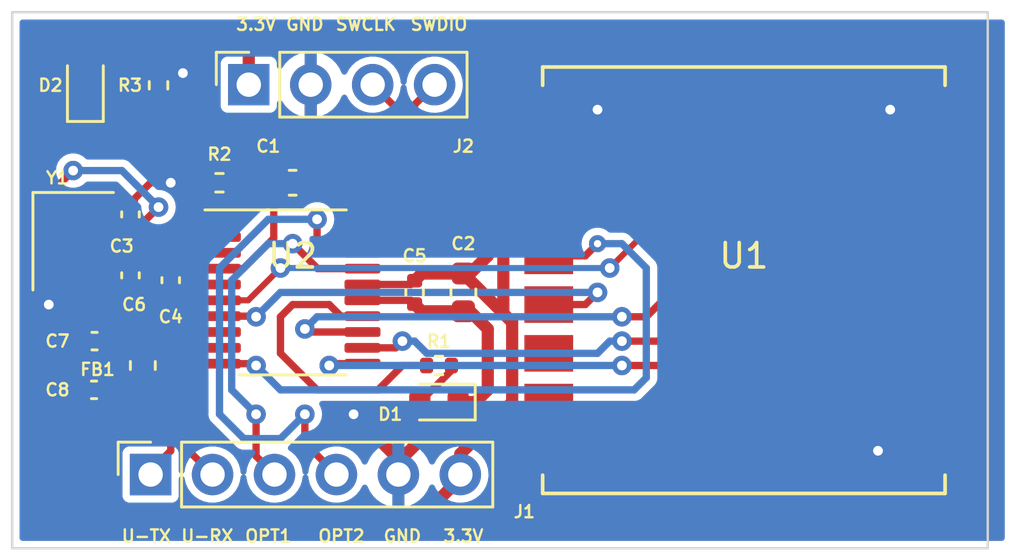
<source format=kicad_pcb>
(kicad_pcb (version 20211014) (generator pcbnew)
  (layers (0 "F.Cu" signal) (31 "B.Cu" signal) (34 "B.Paste" user) (35 "F.Paste" user) (36 "B.SilkS" user "B.Silkscreen") (37 "F.SilkS" user "F.Silkscreen") (38 "B.Mask" user) (39 "F.Mask" user) (44 "Edge.Cuts" user))
  (net 0 "")
  (net 1 "GND")
  (net 2 "Net-(C1-Pad2)")
  (net 3 "+3.3V")
  (net 4 "OSC32_IN")
  (net 5 "+3.3VA")
  (net 6 "OSC32_OUT")
  (net 7 "Net-(D1-Pad2)")
  (net 8 "Net-(D2-Pad1)")
  (net 9 "USART1-TX")
  (net 10 "USART1-RX")
  (net 11 "Optional-1")
  (net 12 "Optional-2")
  (net 13 "SWCLK")
  (net 14 "SWDIO")
  (net 15 "LED1")
  (net 16 "Net-(R2-Pad2)")
  (net 17 "LORA-RESET")
  (net 18 "LORA-DIO0")
  (net 24 "SPI1-SCK")
  (net 25 "SPI1-MISO")
  (net 26 "SPI1-MOSI")
  (net 27 "LORA-NSS")
  (footprint "LED_SMD:LED_0603_1608Metric" (layer "F.Cu") (at 180 93.5 90)
    (fp_text reference "D2" (at 0 -1.43 180) (layer "F.SilkS") (effects (font (size 0.5 0.5) (thickness 0.1))))
    (fp_text value "LED" hide)
    (fp_line (start 0.8 -0.735) (end -1.485 -0.735) (layer "F.SilkS") (width 0.12))
    (fp_line (start -1.485 -0.735) (end -1.485 0.735) (layer "F.SilkS") (width 0.12))
    (fp_line (start -1.485 0.735) (end 0.8 0.735) (layer "F.SilkS") (width 0.12))
    (pad "1" smd roundrect (at -0.7875 0 90) (size 0.875 0.95) (layers "F.Cu" "F.Paste" "F.Mask") (net 8 "Net-(D2-Pad1)"))
    (pad "2" smd roundrect (at 0.7875 0 90) (size 0.875 0.95) (layers "F.Cu" "F.Paste" "F.Mask") (net 3 "+3.3V"))
  )
  (footprint "Capacitor_SMD:C_0402_1005Metric" (layer "F.Cu") (at 180.37625 104 180)
    (fp_text reference "C7" (at 1.52 0) (layer "F.SilkS") (effects (font (size 0.5 0.5) (thickness 0.1))))
    (fp_text value "1u" hide)
    (fp_line (start -0.107836 0.36) (end 0.107836 0.36) (layer "F.SilkS") (width 0.12))
    (fp_line (start -0.107836 -0.36) (end 0.107836 -0.36) (layer "F.SilkS") (width 0.12))
    (pad "1" smd roundrect (at -0.48 0 180) (size 0.56 0.62) (layers "F.Cu" "F.Paste" "F.Mask") (net 5 "+3.3VA"))
    (pad "2" smd roundrect (at 0.48 0 180) (size 0.56 0.62) (layers "F.Cu" "F.Paste" "F.Mask") (net 1 "GND"))
  )
  (footprint "Inductor_SMD:L_0603_1608Metric" (layer "F.Cu") (at 182.35625 105 -90)
    (fp_text reference "FB1" (at 0.162779 1.85625 180) (layer "F.SilkS") (effects (font (size 0.5 0.5) (thickness 0.1))))
    (fp_text value "120R" hide)
    (fp_line (start -0.162779 0.51) (end 0.162779 0.51) (layer "F.SilkS") (width 0.12))
    (fp_line (start -0.162779 -0.51) (end 0.162779 -0.51) (layer "F.SilkS") (width 0.12))
    (pad "1" smd roundrect (at -0.7875 0 270) (size 0.875 0.95) (layers "F.Cu" "F.Paste" "F.Mask") (net 5 "+3.3VA"))
    (pad "2" smd roundrect (at 0.7875 0 270) (size 0.875 0.95) (layers "F.Cu" "F.Paste" "F.Mask") (net 3 "+3.3V"))
  )
  (footprint "Crystal:Crystal_SMD_3225-4Pin_3.2x2.5mm" (layer "F.Cu") (at 179.5 99.9 -90)
    (fp_text reference "Y1" (at -2.6 0.65 180) (layer "F.SilkS") (effects (font (size 0.5 0.5) (thickness 0.1))))
    (fp_text value "16MHz" hide)
    (fp_line (start -2 1.65) (end 2 1.65) (layer "F.SilkS") (width 0.12))
    (fp_line (start -2 -1.65) (end -2 1.65) (layer "F.SilkS") (width 0.12))
    (pad "1" smd rect (at -1.1 0.85 270) (size 1.4 1.2) (layers "F.Cu" "F.Paste" "F.Mask") (net 4 "OSC32_IN"))
    (pad "2" smd rect (at 1.1 0.85 270) (size 1.4 1.2) (layers "F.Cu" "F.Paste" "F.Mask") (net 1 "GND"))
    (pad "3" smd rect (at 1.1 -0.85 270) (size 1.4 1.2) (layers "F.Cu" "F.Paste" "F.Mask") (net 6 "OSC32_OUT"))
    (pad "4" smd rect (at -1.1 -0.85 270) (size 1.4 1.2) (layers "F.Cu" "F.Paste" "F.Mask") (net 1 "GND"))
  )
  (footprint "RF_Module:Ai-Thinker-Ra-01-LoRa" (layer "F.Cu") (at 207 101.5)
    (fp_text reference "U1" (at 0 -1) (layer "F.SilkS"))
    (fp_text value "Ai-Thinker-Ra-02" hide)
    (fp_line (start 8.25 8.75) (end 8.25 8) (layer "F.SilkS") (width 0.15))
    (fp_line (start 8.25 -8.75) (end 8.25 -8) (layer "F.SilkS") (width 0.15))
    (fp_line (start -8.25 8.75) (end 8.25 8.75) (layer "F.SilkS") (width 0.15))
    (fp_line (start -8.25 -8.75) (end 8.25 -8.75) (layer "F.SilkS") (width 0.15))
    (fp_line (start -8.25 -8) (end -8.25 -8.75) (layer "F.SilkS") (width 0.15))
    (fp_line (start -8.25 8) (end -8.25 8.75) (layer "F.SilkS") (width 0.15))
    (pad "1" smd rect (at -8 -7) (size 2 1.5) (layers "F.Cu" "F.Paste" "F.Mask") (net 1 "GND"))
    (pad "2" smd rect (at -8 -5) (size 2 1.5) (layers "F.Cu" "F.Paste" "F.Mask") (net 1 "GND"))
    (pad "3" smd rect (at -8 -3) (size 2 1.5) (layers "F.Cu" "F.Paste" "F.Mask") (net 3 "+3.3V"))
    (pad "4" smd rect (at -8 -1) (size 2 1.5) (layers "F.Cu" "F.Paste" "F.Mask") (net 17 "LORA-RESET"))
    (pad "5" smd rect (at -8 1) (size 2 1.5) (layers "F.Cu" "F.Paste" "F.Mask") (net 18 "LORA-DIO0"))
    (pad "6" smd rect (at -8 3) (size 2 1.5) (layers "F.Cu" "F.Paste" "F.Mask"))
    (pad "7" smd rect (at -8 5) (size 2 1.5) (layers "F.Cu" "F.Paste" "F.Mask"))
    (pad "8" smd rect (at -8 7) (size 2 1.5) (layers "F.Cu" "F.Paste" "F.Mask"))
    (pad "9" smd rect (at 8 7) (size 2 1.5) (layers "F.Cu" "F.Paste" "F.Mask") (net 1 "GND"))
    (pad "10" smd rect (at 8 5) (size 2 1.5) (layers "F.Cu" "F.Paste" "F.Mask"))
    (pad "11" smd rect (at 8 3) (size 2 1.5) (layers "F.Cu" "F.Paste" "F.Mask"))
    (pad "12" smd rect (at 8 1) (size 2 1.5) (layers "F.Cu" "F.Paste" "F.Mask") (net 24 "SPI1-SCK"))
    (pad "13" smd rect (at 8 -1) (size 2 1.5) (layers "F.Cu" "F.Paste" "F.Mask") (net 25 "SPI1-MISO"))
    (pad "14" smd rect (at 8 -3) (size 2 1.5) (layers "F.Cu" "F.Paste" "F.Mask") (net 26 "SPI1-MOSI"))
    (pad "15" smd rect (at 8 -5) (size 2 1.5) (layers "F.Cu" "F.Paste" "F.Mask") (net 27 "LORA-NSS"))
    (pad "16" smd rect (at 8 -7) (size 2 1.5) (layers "F.Cu" "F.Paste" "F.Mask") (net 1 "GND"))
  )
  (footprint "Package_SO:TSSOP-20_4.4x6.5mm_P0.65mm" (layer "F.Cu") (at 188.5 102)
    (fp_text reference "U2" (at 0 -1.5) (layer "F.SilkS"))
    (fp_text value "STM32F030F4Px" hide)
    (fp_line (start 0 3.385) (end 2.2 3.385) (layer "F.SilkS") (width 0.12))
    (fp_line (start 0 -3.385) (end 2.2 -3.385) (layer "F.SilkS") (width 0.12))
    (fp_line (start 0 -3.385) (end -3.6 -3.385) (layer "F.SilkS") (width 0.12))
    (fp_line (start 0 3.385) (end -2.2 3.385) (layer "F.SilkS") (width 0.12))
    (pad "1" smd roundrect (at -2.8625 -2.925) (size 1.475 0.4) (layers "F.Cu" "F.Paste" "F.Mask") (net 16 "Net-(R2-Pad2)"))
    (pad "2" smd roundrect (at -2.8625 -2.275) (size 1.475 0.4) (layers "F.Cu" "F.Paste" "F.Mask") (net 4 "OSC32_IN"))
    (pad "3" smd roundrect (at -2.8625 -1.625) (size 1.475 0.4) (layers "F.Cu" "F.Paste" "F.Mask") (net 6 "OSC32_OUT"))
    (pad "4" smd roundrect (at -2.8625 -0.975) (size 1.475 0.4) (layers "F.Cu" "F.Paste" "F.Mask") (net 2 "Net-(C1-Pad2)"))
    (pad "5" smd roundrect (at -2.8625 -0.325) (size 1.475 0.4) (layers "F.Cu" "F.Paste" "F.Mask") (net 5 "+3.3VA"))
    (pad "6" smd roundrect (at -2.8625 0.325) (size 1.475 0.4) (layers "F.Cu" "F.Paste" "F.Mask") (net 27 "LORA-NSS"))
    (pad "7" smd roundrect (at -2.8625 0.975) (size 1.475 0.4) (layers "F.Cu" "F.Paste" "F.Mask") (net 18 "LORA-DIO0"))
    (pad "8" smd roundrect (at -2.8625 1.625) (size 1.475 0.4) (layers "F.Cu" "F.Paste" "F.Mask") (net 9 "USART1-TX"))
    (pad "9" smd roundrect (at -2.8625 2.275) (size 1.475 0.4) (layers "F.Cu" "F.Paste" "F.Mask") (net 10 "USART1-RX"))
    (pad "10" smd roundrect (at -2.8625 2.925) (size 1.475 0.4) (layers "F.Cu" "F.Paste" "F.Mask") (net 17 "LORA-RESET"))
    (pad "11" smd roundrect (at 2.8625 2.925) (size 1.475 0.4) (layers "F.Cu" "F.Paste" "F.Mask") (net 24 "SPI1-SCK"))
    (pad "12" smd roundrect (at 2.8625 2.275) (size 1.475 0.4) (layers "F.Cu" "F.Paste" "F.Mask") (net 25 "SPI1-MISO"))
    (pad "13" smd roundrect (at 2.8625 1.625) (size 1.475 0.4) (layers "F.Cu" "F.Paste" "F.Mask") (net 26 "SPI1-MOSI"))
    (pad "14" smd roundrect (at 2.8625 0.975) (size 1.475 0.4) (layers "F.Cu" "F.Paste" "F.Mask") (net 15 "LED1"))
    (pad "15" smd roundrect (at 2.8625 0.325) (size 1.475 0.4) (layers "F.Cu" "F.Paste" "F.Mask") (net 1 "GND"))
    (pad "16" smd roundrect (at 2.8625 -0.325) (size 1.475 0.4) (layers "F.Cu" "F.Paste" "F.Mask") (net 3 "+3.3V"))
    (pad "17" smd roundrect (at 2.8625 -0.975) (size 1.475 0.4) (layers "F.Cu" "F.Paste" "F.Mask") (net 11 "Optional-1"))
    (pad "18" smd roundrect (at 2.8625 -1.625) (size 1.475 0.4) (layers "F.Cu" "F.Paste" "F.Mask") (net 12 "Optional-2"))
    (pad "19" smd roundrect (at 2.8625 -2.275) (size 1.475 0.4) (layers "F.Cu" "F.Paste" "F.Mask") (net 14 "SWDIO"))
    (pad "20" smd roundrect (at 2.8625 -2.925) (size 1.475 0.4) (layers "F.Cu" "F.Paste" "F.Mask") (net 13 "SWCLK"))
  )
  (footprint "Connector_PinSocket_2.54mm:PinSocket_1x04_P2.54mm_Vertical" (layer "F.Cu") (at 186.7 93.475 90)
    (fp_text reference "J2" (at -2.525 8.8 180) (layer "F.SilkS") (effects (font (size 0.5 0.5) (thickness 0.1))))
    (fp_text value "Conn_01x04_Female" hide)
    (fp_line (start 1.33 -1.33) (end 1.33 0) (layer "F.SilkS") (width 0.12))
    (fp_line (start 1.33 1.27) (end 1.33 8.95) (layer "F.SilkS") (width 0.12))
    (fp_line (start 0 -1.33) (end 1.33 -1.33) (layer "F.SilkS") (width 0.12))
    (fp_line (start -1.33 8.95) (end 1.33 8.95) (layer "F.SilkS") (width 0.12))
    (fp_line (start -1.33 1.27) (end 1.33 1.27) (layer "F.SilkS") (width 0.12))
    (fp_line (start -1.33 1.27) (end -1.33 8.95) (layer "F.SilkS") (width 0.12))
    (pad "1" thru_hole rect (at 0 0 90) (size 1.7 1.7) (drill 1) (layers *.Cu *.Mask) (net 3 "+3.3V"))
    (pad "2" thru_hole oval (at 0 2.54 90) (size 1.7 1.7) (drill 1) (layers *.Cu *.Mask) (net 1 "GND"))
    (pad "3" thru_hole oval (at 0 5.08 90) (size 1.7 1.7) (drill 1) (layers *.Cu *.Mask) (net 13 "SWCLK"))
    (pad "4" thru_hole oval (at 0 7.62 90) (size 1.7 1.7) (drill 1) (layers *.Cu *.Mask) (net 14 "SWDIO"))
  )
  (footprint "Capacitor_SMD:C_0603_1608Metric" (layer "F.Cu") (at 188.5 97.5 180)
    (fp_text reference "C1" (at 1 1.5) (layer "F.SilkS") (effects (font (size 0.5 0.5) (thickness 0.1))))
    (fp_text value "100n" hide)
    (fp_line (start -0.14058 -0.51) (end 0.14058 -0.51) (layer "F.SilkS") (width 0.12))
    (fp_line (start -0.14058 0.51) (end 0.14058 0.51) (layer "F.SilkS") (width 0.12))
    (pad "1" smd roundrect (at -0.775 0 180) (size 0.9 0.95) (layers "F.Cu" "F.Paste" "F.Mask") (net 1 "GND"))
    (pad "2" smd roundrect (at 0.775 0 180) (size 0.9 0.95) (layers "F.Cu" "F.Paste" "F.Mask") (net 2 "Net-(C1-Pad2)"))
  )
  (footprint "LED_SMD:LED_0603_1608Metric" (layer "F.Cu") (at 194.5 106.5 180)
    (fp_text reference "D1" (at 2 -0.5) (layer "F.SilkS") (effects (font (size 0.5 0.5) (thickness 0.1))))
    (fp_text value "LED" hide)
    (fp_line (start -1.485 -0.735) (end -1.485 0.735) (layer "F.SilkS") (width 0.12))
    (fp_line (start -1.485 0.735) (end 0.8 0.735) (layer "F.SilkS") (width 0.12))
    (fp_line (start 0.8 -0.735) (end -1.485 -0.735) (layer "F.SilkS") (width 0.12))
    (pad "1" smd roundrect (at -0.7875 0 180) (size 0.875 0.95) (layers "F.Cu" "F.Paste" "F.Mask") (net 1 "GND"))
    (pad "2" smd roundrect (at 0.7875 0 180) (size 0.875 0.95) (layers "F.Cu" "F.Paste" "F.Mask") (net 7 "Net-(D1-Pad2)"))
  )
  (footprint "Capacitor_SMD:C_0603_1608Metric" (layer "F.Cu") (at 195.5 102 -90)
    (fp_text reference "C2" (at -2 0 180) (layer "F.SilkS") (effects (font (size 0.5 0.5) (thickness 0.1))))
    (fp_text value "10u" hide)
    (fp_line (start -0.14058 -0.51) (end 0.14058 -0.51) (layer "F.SilkS") (width 0.12))
    (fp_line (start -0.14058 0.51) (end 0.14058 0.51) (layer "F.SilkS") (width 0.12))
    (pad "1" smd roundrect (at -0.775 0 270) (size 0.9 0.95) (layers "F.Cu" "F.Paste" "F.Mask") (net 3 "+3.3V"))
    (pad "2" smd roundrect (at 0.775 0 270) (size 0.9 0.95) (layers "F.Cu" "F.Paste" "F.Mask") (net 1 "GND"))
  )
  (footprint "Resistor_SMD:R_0402_1005Metric" (layer "F.Cu") (at 183 93.5 90)
    (fp_text reference "R3" (at 0 -1.17 180) (layer "F.SilkS") (effects (font (size 0.5 0.5) (thickness 0.1))))
    (fp_text value "330R" hide)
    (fp_line (start -0.153641 0.38) (end 0.153641 0.38) (layer "F.SilkS") (width 0.12))
    (fp_line (start -0.153641 -0.38) (end 0.153641 -0.38) (layer "F.SilkS") (width 0.12))
    (pad "1" smd roundrect (at -0.51 0 90) (size 0.54 0.64) (layers "F.Cu" "F.Paste" "F.Mask") (net 8 "Net-(D2-Pad1)"))
    (pad "2" smd roundrect (at 0.51 0 90) (size 0.54 0.64) (layers "F.Cu" "F.Paste" "F.Mask") (net 1 "GND"))
  )
  (footprint "Resistor_SMD:R_0402_1005Metric" (layer "F.Cu") (at 185.5 97.5)
    (fp_text reference "R2" (at 0 -1.17) (layer "F.SilkS") (effects (font (size 0.5 0.5) (thickness 0.1))))
    (fp_text value "R" hide)
    (fp_line (start -0.153641 0.38) (end 0.153641 0.38) (layer "F.SilkS") (width 0.12))
    (fp_line (start -0.153641 -0.38) (end 0.153641 -0.38) (layer "F.SilkS") (width 0.12))
    (pad "1" smd roundrect (at -0.51 0) (size 0.54 0.64) (layers "F.Cu" "F.Paste" "F.Mask") (net 1 "GND"))
    (pad "2" smd roundrect (at 0.51 0) (size 0.54 0.64) (layers "F.Cu" "F.Paste" "F.Mask") (net 16 "Net-(R2-Pad2)"))
  )
  (footprint "Capacitor_SMD:C_0402_1005Metric" (layer "F.Cu") (at 183.5 101.5 90)
    (fp_text reference "C4" (at -1.5 0 180) (layer "F.SilkS") (effects (font (size 0.5 0.5) (thickness 0.1))))
    (fp_text value "10n" hide)
    (fp_line (start -0.107836 -0.36) (end 0.107836 -0.36) (layer "F.SilkS") (width 0.12))
    (fp_line (start -0.107836 0.36) (end 0.107836 0.36) (layer "F.SilkS") (width 0.12))
    (pad "1" smd roundrect (at -0.48 0 90) (size 0.56 0.62) (layers "F.Cu" "F.Paste" "F.Mask") (net 5 "+3.3VA"))
    (pad "2" smd roundrect (at 0.48 0 90) (size 0.56 0.62) (layers "F.Cu" "F.Paste" "F.Mask") (net 1 "GND"))
  )
  (footprint "Capacitor_SMD:C_0402_1005Metric" (layer "F.Cu") (at 181.85 101.3 -90)
    (fp_text reference "C6" (at 1.2 -0.15) (layer "F.SilkS") (effects (font (size 0.5 0.5) (thickness 0.1))))
    (fp_text value "10p" hide)
    (fp_line (start -0.107836 -0.36) (end 0.107836 -0.36) (layer "F.SilkS") (width 0.12))
    (fp_line (start -0.107836 0.36) (end 0.107836 0.36) (layer "F.SilkS") (width 0.12))
    (pad "1" smd roundrect (at -0.48 0 270) (size 0.56 0.62) (layers "F.Cu" "F.Paste" "F.Mask") (net 6 "OSC32_OUT"))
    (pad "2" smd roundrect (at 0.48 0 270) (size 0.56 0.62) (layers "F.Cu" "F.Paste" "F.Mask") (net 1 "GND"))
  )
  (footprint "Capacitor_SMD:C_0402_1005Metric" (layer "F.Cu") (at 181.85 98.8 90)
    (fp_text reference "C3" (at -1.3 -0.36) (layer "F.SilkS") (effects (font (size 0.5 0.5) (thickness 0.1))))
    (fp_text value "10p" hide)
    (fp_line (start -0.107836 -0.36) (end 0.107836 -0.36) (layer "F.SilkS") (width 0.12))
    (fp_line (start -0.107836 0.36) (end 0.107836 0.36) (layer "F.SilkS") (width 0.12))
    (pad "1" smd roundrect (at -0.48 0 90) (size 0.56 0.62) (layers "F.Cu" "F.Paste" "F.Mask") (net 4 "OSC32_IN"))
    (pad "2" smd roundrect (at 0.48 0 90) (size 0.56 0.62) (layers "F.Cu" "F.Paste" "F.Mask") (net 1 "GND"))
  )
  (footprint "Connector_PinSocket_2.54mm:PinSocket_1x06_P2.54mm_Vertical" (layer "F.Cu") (at 182.675 109.475 90)
    (fp_text reference "J1" (at -1.525 15.325) (layer "F.SilkS") (effects (font (size 0.5 0.5) (thickness 0.1))))
    (fp_text value "Conn_01x06_Female" hide)
    (fp_line (start 1.33 1.27) (end 1.33 14.03) (layer "F.SilkS") (width 0.12))
    (fp_line (start 1.33 -1.33) (end 1.33 0) (layer "F.SilkS") (width 0.12))
    (fp_line (start -1.33 1.27) (end 1.33 1.27) (layer "F.SilkS") (width 0.12))
    (fp_line (start -1.33 1.27) (end -1.33 14.03) (layer "F.SilkS") (width 0.12))
    (fp_line (start -1.33 14.03) (end 1.33 14.03) (layer "F.SilkS") (width 0.12))
    (fp_line (start 0 -1.33) (end 1.33 -1.33) (layer "F.SilkS") (width 0.12))
    (pad "1" thru_hole rect (at 0 0 90) (size 1.7 1.7) (drill 1) (layers *.Cu *.Mask) (net 9 "USART1-TX"))
    (pad "2" thru_hole oval (at 0 2.54 90) (size 1.7 1.7) (drill 1) (layers *.Cu *.Mask) (net 10 "USART1-RX"))
    (pad "3" thru_hole oval (at 0 5.08 90) (size 1.7 1.7) (drill 1) (layers *.Cu *.Mask) (net 11 "Optional-1"))
    (pad "4" thru_hole oval (at 0 7.62 90) (size 1.7 1.7) (drill 1) (layers *.Cu *.Mask) (net 12 "Optional-2"))
    (pad "5" thru_hole oval (at 0 10.16 90) (size 1.7 1.7) (drill 1) (layers *.Cu *.Mask) (net 1 "GND"))
    (pad "6" thru_hole oval (at 0 12.7 90) (size 1.7 1.7) (drill 1) (layers *.Cu *.Mask) (net 3 "+3.3V"))
  )
  (footprint "Resistor_SMD:R_0402_1005Metric" (layer "F.Cu") (at 194.5 105 180)
    (fp_text reference "R1" (at 0 1) (layer "F.SilkS") (effects (font (size 0.5 0.5) (thickness 0.1))))
    (fp_text value "330R" hide)
    (fp_line (start -0.153641 0.38) (end 0.153641 0.38) (layer "F.SilkS") (width 0.12))
    (fp_line (start -0.153641 -0.38) (end 0.153641 -0.38) (layer "F.SilkS") (width 0.12))
    (pad "1" smd roundrect (at -0.51 0 180) (size 0.54 0.64) (layers "F.Cu" "F.Paste" "F.Mask") (net 7 "Net-(D1-Pad2)"))
    (pad "2" smd roundrect (at 0.51 0 180) (size 0.54 0.64) (layers "F.Cu" "F.Paste" "F.Mask") (net 15 "LED1"))
  )
  (footprint "Capacitor_SMD:C_0402_1005Metric" (layer "F.Cu") (at 193.5 102 -90)
    (fp_text reference "C5" (at -1.5 0 180) (layer "F.SilkS") (effects (font (size 0.5 0.5) (thickness 0.1))))
    (fp_text value "100n" hide)
    (fp_line (start -0.107836 0.36) (end 0.107836 0.36) (layer "F.SilkS") (width 0.12))
    (fp_line (start -0.107836 -0.36) (end 0.107836 -0.36) (layer "F.SilkS") (width 0.12))
    (pad "1" smd roundrect (at -0.48 0 270) (size 0.56 0.62) (layers "F.Cu" "F.Paste" "F.Mask") (net 3 "+3.3V"))
    (pad "2" smd roundrect (at 0.48 0 270) (size 0.56 0.62) (layers "F.Cu" "F.Paste" "F.Mask") (net 1 "GND"))
  )
  (footprint "Capacitor_SMD:C_0402_1005Metric" (layer "F.Cu") (at 180.35625 106 180)
    (fp_text reference "C8" (at 1.5 0) (layer "F.SilkS") (effects (font (size 0.5 0.5) (thickness 0.1))))
    (fp_text value "1u" hide)
    (fp_line (start -0.107836 -0.36) (end 0.107836 -0.36) (layer "F.SilkS") (width 0.12))
    (fp_line (start -0.107836 0.36) (end 0.107836 0.36) (layer "F.SilkS") (width 0.12))
    (pad "1" smd roundrect (at -0.48 0 180) (size 0.56 0.62) (layers "F.Cu" "F.Paste" "F.Mask") (net 3 "+3.3V"))
    (pad "2" smd roundrect (at 0.48 0 180) (size 0.56 0.62) (layers "F.Cu" "F.Paste" "F.Mask") (net 1 "GND"))
  )
  (gr_rect (start 177 90.5) (end 217 112.5) (layer "Edge.Cuts") (width 0.1) (fill none))
  (gr_text "3.3V" (at 195.5 112) (layer "F.SilkS") (effects (font (size 0.5 0.5) (thickness 0.1))))
  (gr_text "GND" (at 189 91) (layer "F.SilkS") (effects (font (size 0.5 0.5) (thickness 0.1))))
  (gr_text "OPT1" (at 187.5 112) (layer "F.SilkS") (effects (font (size 0.5 0.5) (thickness 0.1))))
  (gr_text "3.3V" (at 187 91) (layer "F.SilkS") (effects (font (size 0.5 0.5) (thickness 0.1))))
  (gr_text "OPT2" (at 190.5 112) (layer "F.SilkS") (effects (font (size 0.5 0.5) (thickness 0.1))))
  (gr_text "SWCLK" (at 191.5 91) (layer "F.SilkS") (effects (font (size 0.5 0.5) (thickness 0.1))))
  (gr_text "SWDIO" (at 194.5 91) (layer "F.SilkS") (effects (font (size 0.5 0.5) (thickness 0.1))))
  (gr_text "GND" (at 193 112) (layer "F.SilkS") (effects (font (size 0.5 0.5) (thickness 0.1))))
  (gr_text "U-TX" (at 182.5 112) (layer "F.SilkS") (effects (font (size 0.5 0.5) (thickness 0.1))))
  (gr_text "U-RX" (at 185 112) (layer "F.SilkS") (effects (font (size 0.5 0.5) (thickness 0.1))))
  (segment (start 196 106.5) (end 195.2875 106.5) (width 0.5) (layer "F.Cu") (net 1))
  (segment (start 184.99 97.5) (end 183.5 97.5) (width 0.3) (layer "F.Cu") (net 1))
  (segment (start 192.835 109.475) (end 192.835 108.9525) (width 0.5) (layer "F.Cu") (net 1))
  (segment (start 181.85 98.32) (end 180.83 98.32) (width 0.3) (layer "F.Cu") (net 1))
  (segment (start 178.65 101) (end 178.65 101.15) (width 0.3) (layer "F.Cu") (net 1))
  (segment (start 215 108.5) (end 212.5 108.5) (width 0.5) (layer "F.Cu") (net 1))
  (segment (start 199 96.5) (end 199 94.5) (width 0.5) (layer "F.Cu") (net 1))
  (segment (start 189.24 97.465) (end 189.275 97.5) (width 0.5) (layer "F.Cu") (net 1))
  (segment (start 189.24 93.475) (end 189.24 97.465) (width 0.5) (layer "F.Cu") (net 1))
  (segment (start 183.99 92.99) (end 184 93) (width 0.3) (layer "F.Cu") (net 1))
  (segment (start 178.65 102.35) (end 178.5 102.5) (width 0.3) (layer "F.Cu") (net 1))
  (segment (start 179.87625 106) (end 179.87625 104.02) (width 0.3) (layer "F.Cu") (net 1))
  (segment (start 192.835 108.835) (end 191 107) (width 0.5) (layer "F.Cu") (net 1))
  (segment (start 183.5 101.02) (end 182.98 101.02) (width 0.3) (layer "F.Cu") (net 1))
  (segment (start 179.87625 104.02) (end 179.89625 104) (width 0.3) (layer "F.Cu") (net 1))
  (segment (start 193.795 102.775) (end 193.5 102.48) (width 0.5) (layer "F.Cu") (net 1))
  (segment (start 183 92.99) (end 183.99 92.99) (width 0.3) (layer "F.Cu") (net 1))
  (segment (start 195.5 102.775) (end 195.775 102.775) (width 0.5) (layer "F.Cu") (net 1))
  (segment (start 181.85 98.32) (end 182.67 97.5) (width 0.3) (layer "F.Cu") (net 1))
  (segment (start 178.65 101) (end 178.65 102.35) (width 0.3) (layer "F.Cu") (net 1))
  (segment (start 181.85 101.78) (end 181.72 101.78) (width 0.3) (layer "F.Cu") (net 1))
  (segment (start 182.22 101.78) (end 181.85 101.78) (width 0.3) (layer "F.Cu") (net 1))
  (segment (start 178.65 101.15) (end 180.5 103) (width 0.3) (layer "F.Cu") (net 1))
  (segment (start 179.89625 104) (end 179.89625 103.60375) (width 0.3) (layer "F.Cu") (net 1))
  (segment (start 180.83 98.32) (end 180.35 98.8) (width 0.3) (layer "F.Cu") (net 1))
  (segment (start 215 94.5) (end 213 94.5) (width 0.5) (layer "F.Cu") (net 1))
  (segment (start 193.345 102.325) (end 193.5 102.48) (width 0.3) (layer "F.Cu") (net 1))
  (segment (start 192.835 108.9525) (end 195.2875 106.5) (width 0.5) (layer "F.Cu") (net 1))
  (segment (start 196.5 106) (end 196 106.5) (width 0.5) (layer "F.Cu") (net 1))
  (segment (start 191.3625 102.325) (end 193.345 102.325) (width 0.3) (layer "F.Cu") (net 1))
  (segment (start 182.67 97.5) (end 183.5 97.5) (width 0.3) (layer "F.Cu") (net 1))
  (segment (start 182.98 101.02) (end 182.22 101.78) (width 0.3) (layer "F.Cu") (net 1))
  (segment (start 195.775 102.775) (end 196.5 103.5) (width 0.5) (layer "F.Cu") (net 1))
  (segment (start 179.89625 103.60375) (end 180.5 103) (width 0.3) (layer "F.Cu") (net 1))
  (segment (start 199 94.5) (end 201 94.5) (width 0.5) (layer "F.Cu") (net 1))
  (segment (start 196.5 103.5) (end 196.5 106) (width 0.5) (layer "F.Cu") (net 1))
  (segment (start 192.835 109.475) (end 192.835 108.835) (width 0.5) (layer "F.Cu") (net 1))
  (segment (start 195.5 102.775) (end 193.795 102.775) (width 0.5) (layer "F.Cu") (net 1))
  (segment (start 181.72 101.78) (end 180.5 103) (width 0.3) (layer "F.Cu") (net 1))
  (via (at 213 94.5) (size 0.8) (drill 0.4) (layers "F.Cu" "B.Cu") (net 1))
  (via (at 178.5 102.5) (size 0.8) (drill 0.4) (layers "F.Cu" "B.Cu") (net 1))
  (via (at 201 94.5) (size 0.8) (drill 0.4) (layers "F.Cu" "B.Cu") (net 1))
  (via (at 184 93) (size 0.8) (drill 0.4) (layers "F.Cu" "B.Cu") (net 1))
  (via (at 183.5 97.5) (size 0.8) (drill 0.4) (layers "F.Cu" "B.Cu") (net 1))
  (via (at 212.5 108.5) (size 0.8) (drill 0.4) (layers "F.Cu" "B.Cu") (net 1))
  (via (at 191 107) (size 0.8) (drill 0.4) (layers "F.Cu" "B.Cu") (net 1))
  (segment (start 187.725 97.5) (end 187.725 99.775) (width 0.3) (layer "F.Cu") (net 2))
  (segment (start 187.725 99.775) (end 186.475 101.025) (width 0.3) (layer "F.Cu") (net 2))
  (segment (start 186.475 101.025) (end 185.6375 101.025) (width 0.3) (layer "F.Cu") (net 2))
  (segment (start 186.7 93.475) (end 186.7 91.8) (width 0.5) (layer "F.Cu") (net 3))
  (segment (start 181.5 111) (end 181 110.5) (width 0.5) (layer "F.Cu") (net 3))
  (segment (start 195.775 101.225) (end 195.5 101.225) (width 0.5) (layer "F.Cu") (net 3))
  (segment (start 194 111) (end 181.5 111) (width 0.5) (layer "F.Cu") (net 3))
  (segment (start 197.1375 98.8625) (end 197.5 98.5) (width 0.5) (layer "F.Cu") (net 3))
  (segment (start 196.3 91.8) (end 196.5 92) (width 0.5) (layer "F.Cu") (net 3))
  (segment (start 196.5 100.5) (end 195.775 101.225) (width 0.5) (layer "F.Cu") (net 3))
  (segment (start 197.5 106.5) (end 197.5 103.225) (width 0.5) (layer "F.Cu") (net 3))
  (segment (start 186.7 91.8) (end 180.9125 91.8) (width 0.5) (layer "F.Cu") (net 3))
  (segment (start 195.5 101.225) (end 193.795 101.225) (width 0.5) (layer "F.Cu") (net 3))
  (segment (start 197.5 103.225) (end 197.1375 102.8625) (width 0.5) (layer "F.Cu") (net 3))
  (segment (start 193.345 101.675) (end 191.3625 101.675) (width 0.3) (layer "F.Cu") (net 3))
  (segment (start 197.5 98.5) (end 199 98.5) (width 0.5) (layer "F.Cu") (net 3))
  (segment (start 195.375 109.475) (end 195.375 108.625) (width 0.5) (layer "F.Cu") (net 3))
  (segment (start 181.04875 105.7875) (end 180.83625 106) (width 0.3) (layer "F.Cu") (net 3))
  (segment (start 195.375 109.625) (end 194 111) (width 0.5) (layer "F.Cu") (net 3))
  (segment (start 182.35625 105.7875) (end 181.04875 105.7875) (width 0.3) (layer "F.Cu") (net 3))
  (segment (start 196.5 92) (end 196.5 100.5) (width 0.5) (layer "F.Cu") (net 3))
  (segment (start 197.1375 102.8625) (end 197.1375 98.8625) (width 0.5) (layer "F.Cu") (net 3))
  (segment (start 180.9125 91.8) (end 180 92.7125) (width 0.5) (layer "F.Cu") (net 3))
  (segment (start 193.795 101.225) (end 193.5 101.52) (width 0.5) (layer "F.Cu") (net 3))
  (segment (start 193.5 101.52) (end 193.345 101.675) (width 0.3) (layer "F.Cu") (net 3))
  (segment (start 181 110.5) (end 181 107.14375) (width 0.5) (layer "F.Cu") (net 3))
  (segment (start 186.7 91.8) (end 196.3 91.8) (width 0.5) (layer "F.Cu") (net 3))
  (segment (start 195.375 109.475) (end 195.375 109.625) (width 0.5) (layer "F.Cu") (net 3))
  (segment (start 195.375 108.625) (end 197.5 106.5) (width 0.5) (layer "F.Cu") (net 3))
  (segment (start 181 107.14375) (end 182.35625 105.7875) (width 0.5) (layer "F.Cu") (net 3))
  (segment (start 197.1375 102.8625) (end 195.5 101.225) (width 0.5) (layer "F.Cu") (net 3))
  (segment (start 185.6375 99.725) (end 182.295 99.725) (width 0.3) (layer "F.Cu") (net 4))
  (segment (start 178.65 97.85) (end 179.5 97) (width 0.3) (layer "F.Cu") (net 4))
  (segment (start 182.295 99.725) (end 181.85 99.28) (width 0.3) (layer "F.Cu") (net 4))
  (segment (start 178.65 98.8) (end 178.65 97.85) (width 0.3) (layer "F.Cu") (net 4))
  (segment (start 183 98.5) (end 182.22 99.28) (width 0.3) (layer "F.Cu") (net 4))
  (segment (start 182.22 99.28) (end 181.85 99.28) (width 0.3) (layer "F.Cu") (net 4))
  (via (at 183 98.5) (size 0.8) (drill 0.4) (layers "F.Cu" "B.Cu") (net 4))
  (via (at 179.5 97) (size 0.8) (drill 0.4) (layers "F.Cu" "B.Cu") (net 4))
  (segment (start 181.5 97) (end 183 98.5) (width 0.3) (layer "B.Cu") (net 4))
  (segment (start 179.5 97) (end 181.5 97) (width 0.3) (layer "B.Cu") (net 4))
  (segment (start 182.85625 102) (end 183.48 102) (width 0.3) (layer "F.Cu") (net 5))
  (segment (start 183.48 102) (end 183.5 101.98) (width 0.3) (layer "F.Cu") (net 5))
  (segment (start 185.6375 101.675) (end 183.805 101.675) (width 0.3) (layer "F.Cu") (net 5))
  (segment (start 183.5 101.98) (end 183.5 102) (width 0.3) (layer "F.Cu") (net 5))
  (segment (start 182.14375 104) (end 182.35625 104.2125) (width 0.3) (layer "F.Cu") (net 5))
  (segment (start 182.85625 102) (end 180.85625 104) (width 0.3) (layer "F.Cu") (net 5))
  (segment (start 183.805 101.675) (end 183.5 101.98) (width 0.3) (layer "F.Cu") (net 5))
  (segment (start 180.85625 104) (end 182.14375 104) (width 0.3) (layer "F.Cu") (net 5))
  (segment (start 182.18 100.82) (end 182.625 100.375) (width 0.3) (layer "F.Cu") (net 6))
  (segment (start 181.67 101) (end 181.85 100.82) (width 0.3) (layer "F.Cu") (net 6))
  (segment (start 180.35 101) (end 181.67 101) (width 0.3) (layer "F.Cu") (net 6))
  (segment (start 181.85 100.82) (end 182.18 100.82) (width 0.3) (layer "F.Cu") (net 6))
  (segment (start 182.625 100.375) (end 185.6375 100.375) (width 0.3) (layer "F.Cu") (net 6))
  (segment (start 195.01 105) (end 195.01 105.2025) (width 0.3) (layer "F.Cu") (net 7))
  (segment (start 195.01 105.2025) (end 193.7125 106.5) (width 0.3) (layer "F.Cu") (net 7))
  (segment (start 182.7225 94.2875) (end 183 94.01) (width 0.3) (layer "F.Cu") (net 8))
  (segment (start 180 94.2875) (end 182.7225 94.2875) (width 0.3) (layer "F.Cu") (net 8))
  (segment (start 184.375 103.625) (end 185.6375 103.625) (width 0.3) (layer "F.Cu") (net 9))
  (segment (start 183.5 104.5) (end 184.375 103.625) (width 0.3) (layer "F.Cu") (net 9))
  (segment (start 183.5 108.5) (end 183.5 104.5) (width 0.3) (layer "F.Cu") (net 9))
  (segment (start 182.675 109.325) (end 183.5 108.5) (width 0.3) (layer "F.Cu") (net 9))
  (segment (start 182.675 109.475) (end 182.675 109.325) (width 0.3) (layer "F.Cu") (net 9))
  (segment (start 185.215 109.475) (end 184 108.26) (width 0.3) (layer "F.Cu") (net 10))
  (segment (start 184.725 104.275) (end 185.6375 104.275) (width 0.3) (layer "F.Cu") (net 10))
  (segment (start 184 108.26) (end 184 105) (width 0.3) (layer "F.Cu") (net 10))
  (segment (start 184 105) (end 184.725 104.275) (width 0.3) (layer "F.Cu") (net 10))
  (segment (start 187.755 109.475) (end 187 108.72) (width 0.3) (layer "F.Cu") (net 11))
  (segment (start 187 108.72) (end 187 107) (width 0.3) (layer "F.Cu") (net 11))
  (segment (start 188.5 100) (end 189.525 101.025) (width 0.3) (layer "F.Cu") (net 11))
  (segment (start 189.525 101.025) (end 191.3625 101.025) (width 0.3) (layer "F.Cu") (net 11))
  (via (at 188.5 100) (size 0.8) (drill 0.4) (layers "F.Cu" "B.Cu") (net 11))
  (via (at 187 107) (size 0.8) (drill 0.4) (layers "F.Cu" "B.Cu") (net 11))
  (segment (start 186 106) (end 187 107) (width 0.3) (layer "B.Cu") (net 11))
  (segment (start 188.5 100) (end 187.5 100) (width 0.3) (layer "B.Cu") (net 11))
  (segment (start 187.5 100) (end 186 101.5) (width 0.3) (layer "B.Cu") (net 11))
  (segment (start 186 101.5) (end 186 106) (width 0.3) (layer "B.Cu") (net 11))
  (segment (start 189.5 100) (end 189.5 99) (width 0.3) (layer "F.Cu") (net 12))
  (segment (start 190.295 109.475) (end 189 108.18) (width 0.3) (layer "F.Cu") (net 12))
  (segment (start 191.3625 100.375) (end 189.875 100.375) (width 0.3) (layer "F.Cu") (net 12))
  (segment (start 189.875 100.375) (end 189.5 100) (width 0.3) (layer "F.Cu") (net 12))
  (segment (start 189 108.18) (end 189 107) (width 0.3) (layer "F.Cu") (net 12))
  (via (at 189 107) (size 0.8) (drill 0.4) (layers "F.Cu" "B.Cu") (net 12))
  (via (at 189.5 99) (size 0.8) (drill 0.4) (layers "F.Cu" "B.Cu") (net 12))
  (segment (start 189 107) (end 188 108) (width 0.3) (layer "B.Cu") (net 12))
  (segment (start 186.5 108) (end 185.5 107) (width 0.3) (layer "B.Cu") (net 12))
  (segment (start 187.5 99) (end 189.5 99) (width 0.3) (layer "B.Cu") (net 12))
  (segment (start 185.5 101) (end 187.5 99) (width 0.3) (layer "B.Cu") (net 12))
  (segment (start 185.5 107) (end 185.5 101) (width 0.3) (layer "B.Cu") (net 12))
  (segment (start 188 108) (end 186.5 108) (width 0.3) (layer "B.Cu") (net 12))
  (segment (start 192.425 99.075) (end 191.3625 99.075) (width 0.3) (layer "F.Cu") (net 13))
  (segment (start 191.78 93.475) (end 193 94.695) (width 0.3) (layer "F.Cu") (net 13))
  (segment (start 193 94.695) (end 193 98.5) (width 0.3) (layer "F.Cu") (net 13))
  (segment (start 193 98.5) (end 192.425 99.075) (width 0.3) (layer "F.Cu") (net 13))
  (segment (start 191.3625 99.725) (end 192.775 99.725) (width 0.3) (layer "F.Cu") (net 14))
  (segment (start 193.5 94.295) (end 194.32 93.475) (width 0.3) (layer "F.Cu") (net 14))
  (segment (start 193.5 99) (end 193.5 94.295) (width 0.3) (layer "F.Cu") (net 14))
  (segment (start 192.775 99.725) (end 193.5 99) (width 0.3) (layer "F.Cu") (net 14))
  (segment (start 192 106) (end 193 105) (width 0.3) (layer "F.Cu") (net 15))
  (segment (start 188 104.5) (end 189.5 106) (width 0.3) (layer "F.Cu") (net 15))
  (segment (start 190 102.5) (end 188.5 102.5) (width 0.3) (layer "F.Cu") (net 15))
  (segment (start 188 103) (end 188 104.5) (width 0.3) (layer "F.Cu") (net 15))
  (segment (start 190.475 102.975) (end 190 102.5) (width 0.3) (layer "F.Cu") (net 15))
  (segment (start 189.5 106) (end 192 106) (width 0.3) (layer "F.Cu") (net 15))
  (segment (start 191.3625 102.975) (end 190.475 102.975) (width 0.3) (layer "F.Cu") (net 15))
  (segment (start 188.5 102.5) (end 188 103) (width 0.3) (layer "F.Cu") (net 15))
  (segment (start 193 105) (end 193.99 105) (width 0.3) (layer "F.Cu") (net 15))
  (segment (start 186.01 97.5) (end 186.01 98.7025) (width 0.3) (layer "F.Cu") (net 16))
  (segment (start 186.01 98.7025) (end 185.6375 99.075) (width 0.3) (layer "F.Cu") (net 16))
  (segment (start 200.5 100.5) (end 201 100) (width 0.3) (layer "F.Cu") (net 17))
  (segment (start 185.6375 104.925) (end 186.925 104.925) (width 0.3) (layer "F.Cu") (net 17))
  (segment (start 199 100.5) (end 200.5 100.5) (width 0.3) (layer "F.Cu") (net 17))
  (segment (start 186.925 104.925) (end 187 105) (width 0.3) (layer "F.Cu") (net 17))
  (via (at 201 100) (size 0.7) (drill 0.3) (layers "F.Cu" "B.Cu") (remove_unused_layers) (net 17))
  (via (at 187 105) (size 0.8) (drill 0.4) (layers "F.Cu" "B.Cu") (net 17))
  (segment (start 203 101) (end 203 105.5) (width 0.3) (layer "B.Cu") (net 17))
  (segment (start 201 100) (end 202 100) (width 0.3) (layer "B.Cu") (net 17))
  (segment (start 202 100) (end 203 101) (width 0.3) (layer "B.Cu") (net 17))
  (segment (start 202.5 106) (end 188 106) (width 0.3) (layer "B.Cu") (net 17))
  (segment (start 188 106) (end 187 105) (width 0.3) (layer "B.Cu") (net 17))
  (segment (start 203 105.5) (end 202.5 106) (width 0.3) (layer "B.Cu") (net 17))
  (segment (start 199 102.5) (end 200.5 102.5) (width 0.3) (layer "F.Cu") (net 18))
  (segment (start 185.6375 102.975) (end 186.975 102.975) (width 0.3) (layer "F.Cu") (net 18))
  (segment (start 186.975 102.975) (end 187 103) (width 0.3) (layer "F.Cu") (net 18))
  (segment (start 200.5 102.5) (end 201 102) (width 0.3) (layer "F.Cu") (net 18))
  (via (at 201 102) (size 0.8) (drill 0.4) (layers "F.Cu" "B.Cu") (net 18))
  (via (at 187 103) (size 0.8) (drill 0.4) (layers "F.Cu" "B.Cu") (net 18))
  (segment (start 201 102) (end 188 102) (width 0.3) (layer "B.Cu") (net 18))
  (segment (start 188 102) (end 187 103) (width 0.3) (layer "B.Cu") (net 18))
  (segment (start 204 105) (end 206.5 102.5) (width 0.3) (layer "F.Cu") (net 24))
  (segment (start 206.5 102.5) (end 215 102.5) (width 0.3) (layer "F.Cu") (net 24))
  (segment (start 202 105) (end 204 105) (width 0.3) (layer "F.Cu") (net 24))
  (segment (start 190.075 104.925) (end 190 105) (width 0.3) (layer "F.Cu") (net 24))
  (segment (start 191.3625 104.925) (end 190.075 104.925) (width 0.3) (layer "F.Cu") (net 24))
  (via (at 190 105) (size 0.8) (drill 0.4) (layers "F.Cu" "B.Cu") (net 24))
  (via (at 202 105) (size 0.8) (drill 0.4) (layers "F.Cu" "B.Cu") (net 24))
  (segment (start 202 105) (end 190 105) (width 0.3) (layer "B.Cu") (net 24))
  (segment (start 192.725 104.275) (end 191.3625 104.275) (width 0.3) (layer "F.Cu") (net 25))
  (segment (start 202 104) (end 203.5 104) (width 0.3) (layer "F.Cu") (net 25))
  (segment (start 193 104) (end 192.725 104.275) (width 0.3) (layer "F.Cu") (net 25))
  (segment (start 207 100.5) (end 215 100.5) (width 0.3) (layer "F.Cu") (net 25))
  (segment (start 203.5 104) (end 207 100.5) (width 0.3) (layer "F.Cu") (net 25))
  (via (at 193 104) (size 0.8) (drill 0.4) (layers "F.Cu" "B.Cu") (net 25))
  (via (at 202 104) (size 0.8) (drill 0.4) (layers "F.Cu" "B.Cu") (net 25))
  (segment (start 202 104) (end 201.5 104) (width 0.3) (layer "B.Cu") (net 25))
  (segment (start 194 104.5) (end 193.5 104) (width 0.3) (layer "B.Cu") (net 25))
  (segment (start 201 104.5) (end 194 104.5) (width 0.3) (layer "B.Cu") (net 25))
  (segment (start 201.5 104) (end 201 104.5) (width 0.3) (layer "B.Cu") (net 25))
  (segment (start 193.5 104) (end 193 104) (width 0.3) (layer "B.Cu") (net 25))
  (segment (start 203 103) (end 207.5 98.5) (width 0.3) (layer "F.Cu") (net 26))
  (segment (start 202 103) (end 203 103) (width 0.3) (layer "F.Cu") (net 26))
  (segment (start 189 103.5) (end 189.125 103.625) (width 0.3) (layer "F.Cu") (net 26))
  (segment (start 189.125 103.625) (end 191.3625 103.625) (width 0.3) (layer "F.Cu") (net 26))
  (segment (start 207.5 98.5) (end 215 98.5) (width 0.3) (layer "F.Cu") (net 26))
  (via (at 189 103.5) (size 0.8) (drill 0.4) (layers "F.Cu" "B.Cu") (net 26))
  (via (at 202 103) (size 0.8) (drill 0.4) (layers "F.Cu" "B.Cu") (net 26))
  (segment (start 189 103.5) (end 189.5 103) (width 0.3) (layer "B.Cu") (net 26))
  (segment (start 189.5 103) (end 202 103) (width 0.3) (layer "B.Cu") (net 26))
  (segment (start 188 101) (end 186.675 102.325) (width 0.25) (layer "F.Cu") (net 27))
  (segment (start 206 96.5) (end 201.5 101) (width 0.25) (layer "F.Cu") (net 27))
  (segment (start 186.675 102.325) (end 185.6375 102.325) (width 0.25) (layer "F.Cu") (net 27))
  (segment (start 215 96.5) (end 206 96.5) (width 0.25) (layer "F.Cu") (net 27))
  (via (at 188 101) (size 0.8) (drill 0.4) (layers "F.Cu" "B.Cu") (net 27))
  (via (at 201.5 101) (size 0.8) (drill 0.4) (layers "F.Cu" "B.Cu") (net 27))
  (segment (start 201.5 101) (end 188 101) (width 0.25) (layer "B.Cu") (net 27))
  (zone (net 1) (net_name "GND") (layer "B.Cu") (connect_pads (clearance 0.3)) (min_thickness 0.25) (fill yes (thermal_gap 0.5) (thermal_bridge_width 0.5))
    (polygon (pts (xy 218.5 113) (xy 176.5 113) (xy 176.5 90) (xy 218.5 90)))
  )
)
</source>
